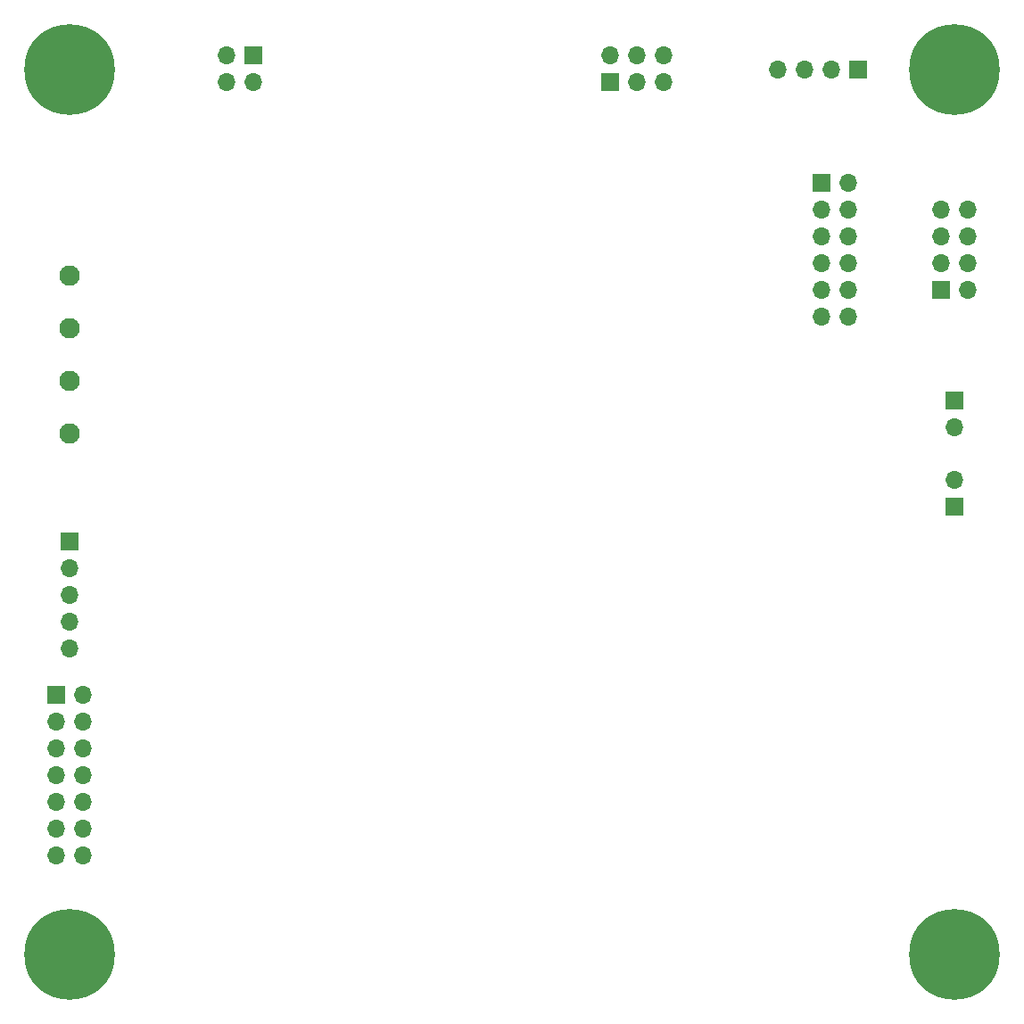
<source format=gbr>
%TF.GenerationSoftware,KiCad,Pcbnew,8.0.2*%
%TF.CreationDate,2024-07-16T14:45:12-07:00*%
%TF.ProjectId,ptn,70746e2e-6b69-4636-9164-5f7063625858,1*%
%TF.SameCoordinates,Original*%
%TF.FileFunction,Soldermask,Bot*%
%TF.FilePolarity,Negative*%
%FSLAX46Y46*%
G04 Gerber Fmt 4.6, Leading zero omitted, Abs format (unit mm)*
G04 Created by KiCad (PCBNEW 8.0.2) date 2024-07-16 14:45:12*
%MOMM*%
%LPD*%
G01*
G04 APERTURE LIST*
%ADD10C,8.600000*%
%ADD11R,1.700000X1.700000*%
%ADD12O,1.700000X1.700000*%
%ADD13C,1.950000*%
G04 APERTURE END LIST*
D10*
%TO.C,H3*%
X80000000Y-134000000D03*
%TD*%
D11*
%TO.C,J4*%
X164000000Y-81460000D03*
D12*
X164000000Y-84000000D03*
%TD*%
D11*
%TO.C,J3*%
X151345000Y-60800000D03*
D12*
X151345000Y-63340000D03*
X151345000Y-65879999D03*
X151345000Y-68420000D03*
X151345000Y-70960000D03*
X151345000Y-73500000D03*
X153885000Y-73500000D03*
X153885000Y-70960000D03*
X153885000Y-68420000D03*
X153885000Y-65880000D03*
X153885000Y-63340000D03*
X153885000Y-60800000D03*
%TD*%
D13*
%TO.C,J1*%
X79990000Y-69590000D03*
X79990000Y-74590000D03*
X79990000Y-79590000D03*
X79990000Y-84590000D03*
%TD*%
D10*
%TO.C,H1*%
X80000000Y-50000000D03*
%TD*%
D11*
%TO.C,J10*%
X131310000Y-51230000D03*
D12*
X133850000Y-51230000D03*
X136389999Y-51230000D03*
X136390000Y-48690000D03*
X133850000Y-48690000D03*
X131310000Y-48690000D03*
%TD*%
D10*
%TO.C,H4*%
X164000000Y-134000000D03*
%TD*%
D12*
%TO.C,J2*%
X165240000Y-70950000D03*
X165240000Y-68410000D03*
X165240000Y-65870000D03*
X165240000Y-63330000D03*
X162700000Y-63330000D03*
X162700000Y-65870001D03*
X162700000Y-68410000D03*
D11*
X162700000Y-70950000D03*
%TD*%
%TO.C,J5*%
X80000000Y-94796000D03*
D12*
X80000000Y-97336000D03*
X80000000Y-99876000D03*
X80000000Y-102416000D03*
X80000000Y-104956000D03*
%TD*%
D11*
%TO.C,J6*%
X78725000Y-109375000D03*
D12*
X78725000Y-111915000D03*
X78725000Y-114454999D03*
X78725000Y-116995000D03*
X78725000Y-119535000D03*
X78725000Y-122075000D03*
X78725000Y-124615000D03*
X81265000Y-124615000D03*
X81265000Y-122075000D03*
X81265000Y-119535000D03*
X81265000Y-116995000D03*
X81265000Y-114455000D03*
X81265000Y-111915000D03*
X81265000Y-109375000D03*
%TD*%
D11*
%TO.C,J11*%
X154870000Y-49980000D03*
D12*
X152330000Y-49980000D03*
X149790001Y-49980000D03*
X147250000Y-49980000D03*
%TD*%
D11*
%TO.C,J8*%
X164000000Y-91550000D03*
D12*
X164000000Y-89010000D03*
%TD*%
D10*
%TO.C,H2*%
X164000000Y-50000000D03*
%TD*%
D11*
%TO.C,J7*%
X97430000Y-48690000D03*
D12*
X94890000Y-48690000D03*
X94890000Y-51230000D03*
X97430000Y-51230000D03*
%TD*%
M02*

</source>
